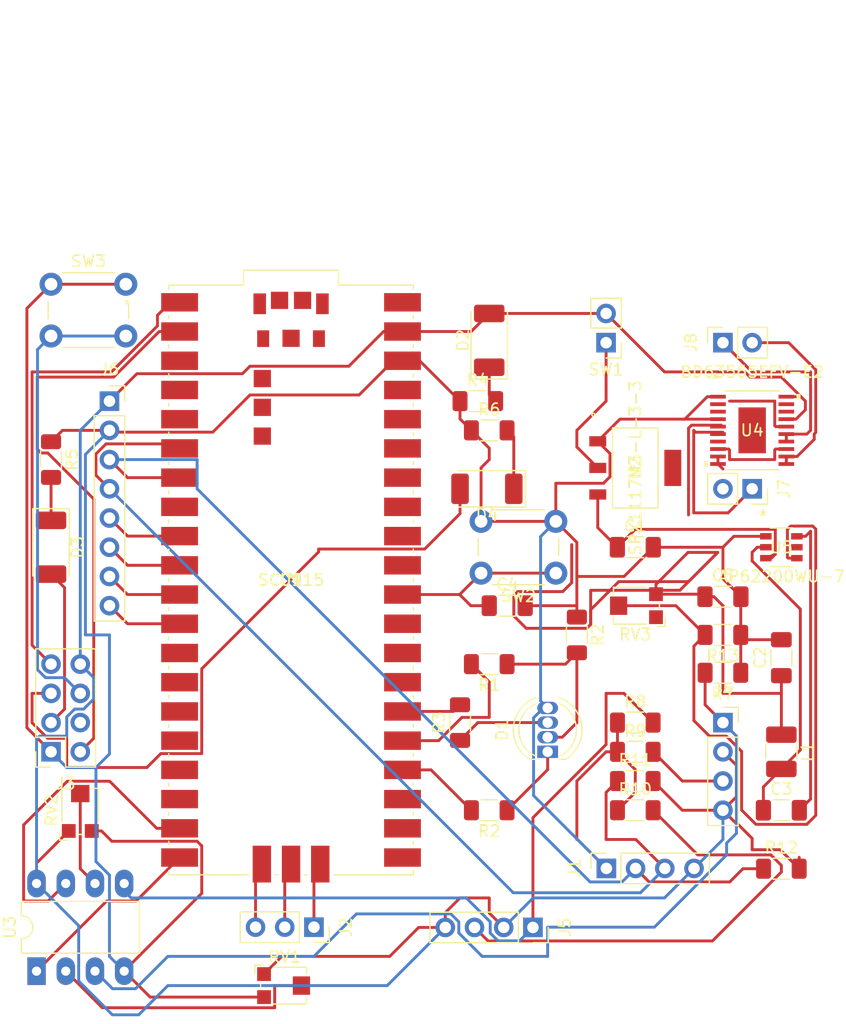
<source format=kicad_pcb>
(kicad_pcb (version 20211014) (generator pcbnew)
  (layers (0 "F.Cu" signal) (31 "B.Cu" signal) (34 "B.Paste" user) (35 "F.Paste" user) (36 "B.SilkS" user "B.Silkscreen") (37 "F.SilkS" user "F.Silkscreen") (38 "B.Mask" user) (39 "F.Mask" user) (44 "Edge.Cuts" user))
  (net 0 "")
  (net 1 "Net-(D1-Pad1)")
  (net 2 "Net-(D1-Pad2)")
  (net 3 "Net-(D2-Pad1)")
  (net 4 "ESP_3.3V")
  (net 5 "Net-(D3-Pad1)")
  (net 6 "ESP_GPIO2")
  (net 7 "Net-(D4-Pad1)")
  (net 8 "ESP_GPIO0")
  (net 9 "SCL")
  (net 10 "SDA")
  (net 11 "Net-(J2-Pad1)")
  (net 12 "Net-(J2-Pad2)")
  (net 13 "Net-(J2-Pad3)")
  (net 14 "ESP_GND")
  (net 15 "ESP_TX")
  (net 16 "ESP_EN")
  (net 17 "ESP_RST")
  (net 18 "ESP_RX")
  (net 19 "Net-(D1-Pad3)")
  (net 20 "Net-(SW1-Pad1)")
  (net 21 "+6V")
  (net 26 "Net-(C3-Pad1)")
  (net 27 "Net-(C3-Pad2)")
  (net 28 "Net-(C4-Pad1)")
  (net 29 "Net-(J4-Pad1)")
  (net 31 "MOTORL_SIG")
  (net 32 "MOTORR_SIG")
  (net 36 "Net-(J4-Pad3)")
  (net 37 "Net-(J5-Pad1)")
  (net 62 "+7.5V")
  (net 64 "Net-(J5-Pad3)")
  (net 65 "MAG_DRDY")
  (net 66 "MAG_INT")
  (net 67 "IMU_INT1")
  (net 68 "IMU_INT2")
  (net 69 "Net-(J7-Pad1)")
  (net 70 "Net-(J7-Pad2)")
  (net 71 "Net-(J8-Pad1)")
  (net 72 "Net-(J8-Pad2)")
  (net 73 "Net-(R1-Pad2)")
  (net 74 "Net-(R2-Pad2)")
  (net 75 "Net-(R3-Pad2)")
  (net 76 "Net-(R13-Pad2)")
  (net 77 "Net-(RV1-Pad2)")
  (net 78 "Net-(RV2-Pad2)")
  (net 80 "ENCL_SIG")
  (net 81 "ENCR_SIG")
  (footprint "Connector_PinHeader_2.54mm:PinHeader_1x02_P2.54mm_Vertical" (layer "F.Cu") (at 129.54 104.14 180)
    (fp_text reference "SW1")
    (fp_text value "SW_MCU_EN")
  )
  (footprint "Connector_PinSocket_2.54mm:PinSocket_1x03_P2.54mm_Vertical" (layer "F.Cu") (at 104.14 154.94 -90)
    (fp_text reference "J2")
    (fp_text value "Debug Header")
  )
  (footprint "Potentiometer_SMD:Potentiometer_Bourns_TC33X_Vertical" (layer "F.Cu") (at 101.6 160.02)
    (fp_text reference "RV1")
    (fp_text value "R_Potentiometer")
  )
  (footprint "Button_Switch_THT:SW_PUSH_6mm_H4.3mm" (layer "F.Cu") (at 81.28 99.06)
    (fp_text reference "SW3")
    (fp_text value "SW_ESP_RST")
  )
  (footprint "Resistor_SMD:R_1206_3216Metric_Pad1.30x1.75mm_HandSolder" (layer "F.Cu") (at 132.08 142.24)
    (fp_text reference "R11")
    (fp_text value "10k")
  )
  (footprint "Capacitor_SMD:C_1206_3216Metric_Pad1.33x1.80mm_HandSolder" (layer "F.Cu") (at 144.78 131.52 90)
    (fp_text reference "C2")
    (fp_text value "22uF")
  )
  (footprint "Regulators:SPX1117M3-L-3-3&slash_TR" (layer "F.Cu") (at 132.08 115.0239 -90)
    (fp_text reference "U2")
    (fp_text value "SPX1117M3-L-3-3")
  )
  (footprint "Resistor_SMD:R_1206_3216Metric_Pad1.30x1.75mm_HandSolder" (layer "F.Cu") (at 132.08 137.16)
    (fp_text reference "R8")
    (fp_text value "220")
  )
  (footprint "Drivers_3rdParty:BD63565EFV-E2" (layer "F.Cu") (at 142.24 111.76)
    (fp_text reference "U4")
    (fp_text value "BD63565EFV-E2")
  )
  (footprint "Package_DIP:DIP-8_W7.62mm_LongPads" (layer "F.Cu") (at 80.02 158.765 90)
    (fp_text reference "U3")
    (fp_text value "LM393")
  )
  (footprint "Connector_PinSocket_2.54mm:PinSocket_1x04_P2.54mm_Vertical" (layer "F.Cu") (at 129.565 149.835 90)
    (fp_text reference "J1")
    (fp_text value "I2C_EXPANSION")
  )
  (footprint "Resistor_SMD:R_1206_3216Metric_Pad1.30x1.75mm_HandSolder" (layer "F.Cu") (at 81.28 114.3 -90)
    (fp_text reference "R5")
    (fp_text value "330")
  )
  (footprint "Connector_PinSocket_2.54mm:PinSocket_1x02_P2.54mm_Vertical" (layer "F.Cu") (at 142.24 116.84 -90)
    (fp_text reference "J7")
    (fp_text value "Conn_01x02_Female")
  )
  (footprint "Capacitor_SMD:C_1206_3216Metric_Pad1.33x1.80mm_HandSolder" (layer "F.Cu") (at 132.08 121.92)
    (fp_text reference "C1")
    (fp_text value "10uF")
  )
  (footprint "Connector_PinSocket_2.54mm:PinSocket_1x02_P2.54mm_Vertical" (layer "F.Cu") (at 139.7 104.14 90)
    (fp_text reference "J8")
    (fp_text value "Conn_01x02_Female")
  )
  (footprint "Potentiometer_SMD:Potentiometer_Bourns_TC33X_Vertical" (layer "F.Cu") (at 132.08 127 180)
    (fp_text reference "RV3")
    (fp_text value "R_Potentiometer")
  )
  (footprint "Resistor_SMD:R_1206_3216Metric_Pad1.30x1.75mm_HandSolder" (layer "F.Cu") (at 116.84 137.16 90)
    (fp_text reference "R3")
    (fp_text value "330")
  )
  (footprint "Resistor_SMD:R_1206_3216Metric_Pad1.30x1.75mm_HandSolder" (layer "F.Cu") (at 139.7 132.83 180)
    (fp_text reference "R7")
    (fp_text value "220")
  )
  (footprint "Connector_PinSocket_2.54mm:PinSocket_1x04_P2.54mm_Vertical" (layer "F.Cu") (at 123.18 154.965 -90)
    (fp_text reference "J5")
    (fp_text value "RFLCTL_Header")
  )
  (footprint "SMPS_3rdParty:AP62200WU-7" (layer "F.Cu") (at 144.78 121.92)
    (fp_text reference "U5")
    (fp_text value "AP62200WU-7")
  )
  (footprint "Resistor_SMD:R_1206_3216Metric_Pad1.30x1.75mm_HandSolder" (layer "F.Cu") (at 119.38 144.78 180)
    (fp_text reference "R2")
    (fp_text value "330")
  )
  (footprint "Inductor_SMD:L_1210_3225Metric_Pad1.42x2.65mm_HandSolder" (layer "F.Cu") (at 144.78 139.7 -90)
    (fp_text reference "L1")
    (fp_text value "4.7uH")
  )
  (footprint "Connector_PinSocket_2.54mm:PinSocket_1x08_P2.54mm_Vertical" (layer "F.Cu") (at 86.36 109.22)
    (fp_text reference "J6")
    (fp_text value "IMU_Daughter_Header")
  )
  (footprint "Resistor_SMD:R_1206_3216Metric_Pad1.30x1.75mm_HandSolder" (layer "F.Cu") (at 119.38 132.08 180)
    (fp_text reference "R1")
    (fp_text value "330")
  )
  (footprint "LED_SMD:LED_2010_5025Metric_Pad1.52x2.65mm_HandSolder" (layer "F.Cu") (at 119.1775 116.84 180)
    (fp_text reference "D4")
    (fp_text value "ESP_LED0")
  )
  (footprint "Connector_PinSocket_2.54mm:PinSocket_1x04_P2.54mm_Vertical" (layer "F.Cu") (at 139.7 137.16)
    (fp_text reference "J4")
    (fp_text value "RFLCTR_Header")
  )
  (footprint "MCUs:SC0915" (layer "F.Cu") (at 102.1491 124.760459)
    (fp_text reference "U1")
    (fp_text value "SC0915")
  )
  (footprint "Potentiometer_SMD:Potentiometer_Bourns_TC33X_Vertical" (layer "F.Cu") (at 83.82 144.78 90)
    (fp_text reference "RV2")
    (fp_text value "R_Potentiometer")
  )
  (footprint "Resistor_SMD:R_1206_3216Metric_Pad1.30x1.75mm_HandSolder" (layer "F.Cu") (at 119.38 111.76)
    (fp_text reference "R6")
    (fp_text value "330")
  )
  (footprint "Resistor_SMD:R_1206_3216Metric_Pad1.30x1.75mm_HandSolder" (layer "F.Cu") (at 118.39 109.22)
    (fp_text reference "R4")
    (fp_text value "330")
  )
  (footprint "Connector_PinSocket_2.54mm:PinSocket_2x04_P2.54mm_Vertical" (layer "F.Cu") (at 81.28 139.7 180)
    (fp_text reference "J3")
    (fp_text value "ESP_Header")
  )
  (footprint "LED_THT:LED_D5.0mm-4_RGB" (layer "F.Cu") (at 124.46 139.7 90)
    (fp_text reference "D1")
    (fp_text value "PICO_LED")
  )
  (footprint "Resistor_SMD:R_1206_3216Metric_Pad1.30x1.75mm_HandSolder" (layer "F.Cu") (at 139.7 129.54 180)
    (fp_text reference "R13")
    (fp_text value "10k")
  )
  (footprint "Resistor_SMD:R_1206_3216Metric_Pad1.30x1.75mm_HandSolder" (layer "F.Cu") (at 144.78 149.86)
    (fp_text reference "R12")
    (fp_text value "10k")
  )
  (footprint "Capacitor_SMD:C_1206_3216Metric_Pad1.33x1.80mm_HandSolder" (layer "F.Cu") (at 144.78 144.78)
    (fp_text reference "C3")
    (fp_text value "100nF")
  )
  (footprint "Button_Switch_THT:SW_PUSH_6mm_H4.3mm" (layer "F.Cu") (at 125.17 124.17 180)
    (fp_text reference "SW2")
    (fp_text value "SW_PICO_RST")
  )
  (footprint "LED_SMD:LED_2010_5025Metric_Pad1.52x2.65mm_HandSolder" (layer "F.Cu") (at 119.38 103.9375 90)
    (fp_text reference "D2")
    (fp_text value "MCU_PWR_LED")
  )
  (footprint "Resistor_SMD:R_1206_3216Metric_Pad1.30x1.75mm_HandSolder" (layer "F.Cu") (at 132.08 144.78)
    (fp_text reference "R10")
    (fp_text value "220")
  )
  (footprint "LED_SMD:LED_2010_5025Metric_Pad1.52x2.65mm_HandSolder" (layer "F.Cu") (at 81.28 121.92 -90)
    (fp_text reference "D3")
    (fp_text value "ESP_LED1")
  )
  (footprint "Resistor_SMD:R_1206_3216Metric_Pad1.30x1.75mm_HandSolder" (layer "F.Cu") (at 132.08 139.7)
    (fp_text reference "R9")
    (fp_text value "220")
  )
  (footprint "Resistor_SMD:R_1206_3216Metric_Pad1.30x1.75mm_HandSolder" (layer "F.Cu") (at 127 129.54 -90)
    (fp_text reference "R2")
    (fp_text value "R_Small_US")
  )
  (footprint "Capacitor_SMD:C_1206_3216Metric_Pad1.33x1.80mm_HandSolder" (layer "F.Cu") (at 139.7 126.22)
    (fp_text reference "C5")
    (fp_text value "22 uF")
  )
  (footprint "Capacitor_SMD:C_1206_3216Metric_Pad1.33x1.80mm_HandSolder" (layer "F.Cu") (at 120.9425 127)
    (fp_text reference "C4")
    (fp_text value "1uF")
  )
  (segment (start 120.93 144.78) (end 124.46 141.25) (width 0.25) (layer "F.Cu") (net 1))
  (segment (start 124.46 141.25) (end 124.46 139.7) (width 0.25) (layer "F.Cu") (net 1))
  (segment (start 120.93 132.08) (end 126.01 132.08) (width 0.25) (layer "F.Cu") (net 2))
  (segment (start 127 131.09) (end 127 137.16) (width 0.25) (layer "F.Cu") (net 2))
  (segment (start 127 137.16) (end 125.73 138.43) (width 0.25) (layer "F.Cu") (net 2))
  (segment (start 125.73 138.43) (end 124.46 138.43) (width 0.25) (layer "F.Cu") (net 2))
  (segment (start 126.01 132.08) (end 127 131.09) (width 0.25) (layer "F.Cu") (net 2))
  (segment (start 119.38 108.66) (end 119.94 109.22) (width 0.25) (layer "F.Cu") (net 3))
  (segment (start 119.38 106.275) (end 119.38 108.66) (width 0.25) (layer "F.Cu") (net 3))
  (segment (start 119.38 106.275) (end 119.785 106.68) (width 0.25) (layer "F.Cu") (net 3))
  (segment (start 80.02 149.38) (end 82.82 146.58) (width 0.25) (layer "F.Cu") (net 4))
  (segment (start 146.485002 108.835002) (end 145.2118 108.835002) (width 0.25) (layer "F.Cu") (net 4))
  (segment (start 115.56 154.965) (end 113.244981 154.965) (width 0.25) (layer "F.Cu") (net 4))
  (segment (start 133.63 142.24) (end 136.17 144.78) (width 0.25) (layer "F.Cu") (net 4))
  (segment (start 119.38 153.705) (end 119.38 152.4) (width 0.25) (layer "F.Cu") (net 4))
  (segment (start 146.87 109.22) (end 146.485002 108.835002) (width 0.25) (layer "F.Cu") (net 4))
  (segment (start 144.68 148.21) (end 142.24 148.21) (width 0.25) (layer "F.Cu") (net 4))
  (segment (start 120.64 154.965) (end 119.38 153.705) (width 0.25) (layer "F.Cu") (net 4))
  (segment (start 136.17 144.78) (end 139.7 144.78) (width 0.25) (layer "F.Cu") (net 4))
  (segment (start 86.36 109.22) (end 88.744441 106.835559) (width 0.25) (layer "F.Cu") (net 4))
  (segment (start 146.33 149.86) (end 144.68 148.21) (width 0.25) (layer "F.Cu") (net 4))
  (segment (start 115.56 153.68) (end 115.56 154.965) (width 0.25) (layer "F.Cu") (net 4))
  (segment (start 146.33 148.87) (end 146.33 149.86) (width 0.25) (layer "F.Cu") (net 4))
  (segment (start 142.24 148.21) (end 142.24 147.23) (width 0.25) (layer "F.Cu") (net 4))
  (segment (start 119.38 101.6) (end 129.54 101.6) (width 0.25) (layer "F.Cu") (net 4))
  (segment (start 110.189541 103.170459) (end 111.8392 103.170459) (width 0.25) (layer "F.Cu") (net 4))
  (segment (start 140.925 146.005) (end 139.7 144.78) (width 0.25) (layer "F.Cu") (net 4))
  (segment (start 145.2118 110.785001) (end 146.0567 110.785001) (width 0.25) (layer "F.Cu") (net 4))
  (segment (start 116.84 152.4) (end 115.56 153.68) (width 0.25) (layer "F.Cu") (net 4))
  (segment (start 140.875 140.875) (end 139.7 139.7) (width 0.25) (layer "F.Cu") (net 4))
  (segment (start 98.57544 106.185559) (end 107.174441 106.185559) (width 0.25) (layer "F.Cu") (net 4))
  (segment (start 141.603604 106.68) (end 134.62 106.68) (width 0.25) (layer "F.Cu") (net 4))
  (segment (start 139.7 144.78) (end 140.875 143.605) (width 0.25) (layer "F.Cu") (net 4))
  (segment (start 140.875 143.605) (end 140.875 140.875) (width 0.25) (layer "F.Cu") (net 4))
  (segment (start 80.02 151.145) (end 80.02 149.38) (width 0.25) (layer "F.Cu") (net 4))
  (segment (start 117.809541 103.170459) (end 111.8392 103.170459) (width 0.25) (layer "F.Cu") (net 4))
  (segment (start 146.87 109.971701) (end 146.87 109.22) (width 0.25) (layer "F.Cu") (net 4))
  (segment (start 142.053604 107.13) (end 141.603604 106.68) (width 0.25) (layer "F.Cu") (net 4))
  (segment (start 107.174441 106.185559) (end 110.189541 103.170459) (width 0.25) (layer "F.Cu") (net 4))
  (segment (start 97.92544 106.835559) (end 98.57544 106.185559) (width 0.25) (layer "F.Cu") (net 4))
  (segment (start 119.38 152.4) (end 116.84 152.4) (width 0.25) (layer "F.Cu") (net 4))
  (segment (start 88.744441 106.835559) (end 97.92544 106.835559) (width 0.25) (layer "F.Cu") (net 4))
  (segment (start 101.34 157.48) (end 99.8 159.02) (width 0.25) (layer "F.Cu") (net 4))
  (segment (start 146.0567 110.785001) (end 146.87 109.971701) (width 0.25) (layer "F.Cu") (net 4))
  (segment (start 113.244981 154.965) (end 110.729981 157.48) (width 0.25) (layer "F.Cu") (net 4))
  (segment (start 110.729981 157.48) (end 101.34 157.48) (width 0.25) (layer "F.Cu") (net 4))
  (segment (start 119.38 101.6) (end 117.809541 103.170459) (width 0.25) (layer "F.Cu") (net 4))
  (segment (start 142.24 147.23) (end 141.015 146.005) (width 0.25) (layer "F.Cu") (net 4))
  (segment (start 134.62 106.68) (end 129.54 101.6) (width 0.25) (layer "F.Cu") (net 4))
  (segment (start 144.78 107.13) (end 142.053604 107.13) (width 0.25) (layer "F.Cu") (net 4))
  (segment (start 146.485002 108.835002) (end 144.78 107.13) (width 0.25) (layer "F.Cu") (net 4))
  (segment (start 141.015 146.005) (end 140.925 146.005) (width 0.25) (layer "F.Cu") (net 4))
  (segment (start 120.64 154.965) (end 123.205 152.4) (width 0.25) (layer "B.Cu") (net 4))
  (segment (start 88.9 162.56) (end 86.61401 162.56) (width 0.25) (layer "B.Cu") (net 4))
  (segment (start 84.995 135.106701) (end 84.995 133.255) (width 0.25) (layer "B.Cu") (net 4))
  (segment (start 80.02 138.61) (end 80.02 151.145) (width 0.25) (layer "B.Cu") (net 4))
  (segment (start 83.333299 135.985) (end 84.116701 135.985) (width 0.25) (layer "B.Cu") (net 4))
  (segment (start 123.205 152.4) (end 134.62 152.4) (width 0.25) (layer "B.Cu") (net 4))
  (segment (start 80.295 138.335) (end 80.02 138.61) (width 0.25) (layer "B.Cu") (net 4))
  (segment (start 84.116701 135.985) (end 84.995 135.106701) (width 0.25) (layer "B.Cu") (net 4))
  (segment (start 91.44 160.02) (end 88.9 162.56) (width 0.25) (layer "B.Cu") (net 4))
  (segment (start 115.56 154.965) (end 110.505 160.02) (width 0.25) (layer "B.Cu") (net 4))
  (segment (start 83.82 132.08) (end 83.82 111.76) (width 0.25) (layer "B.Cu") (net 4))
  (segment (start 137.185 149.835) (end 139.7 147.32) (width 0.25) (layer "B.Cu") (net 4))
  (segment (start 110.505 160.02) (end 91.44 160.02) (width 0.25) (layer "B.Cu") (net 4))
  (segment (start 84.995 133.255) (end 83.82 132.08) (width 0.25) (layer "B.Cu") (net 4))
  (segment (start 83.685 159.63099) (end 83.685 154.81) (width 0.25) (layer "B.Cu") (net 4))
  (segment (start 82.645 138.335) (end 80.295 138.335) (width 0.25) (layer "B.Cu") (net 4))
  (segment (start 82.645 138.335) (end 82.645 136.673299) (width 0.25) (layer "B.Cu") (net 4))
  (segment (start 139.7 147.32) (end 139.7 144.78) (width 0.25) (layer "B.Cu") (net 4))
  (segment (start 86.61401 162.56) (end 83.685 159.63099) (width 0.25) (layer "B.Cu") (net 4))
  (segment (start 82.645 136.673299) (end 83.333299 135.985) (width 0.25) (layer "B.Cu") (net 4))
  (segment (start 83.82 111.76) (end 86.36 109.22) (width 0.25) (layer "B.Cu") (net 4))
  (segment (start 83.685 154.81) (end 80.02 151.145) (width 0.25) (layer "B.Cu") (net 4))
  (segment (start 134.62 152.4) (end 137.185 149.835) (width 0.25) (layer "B.Cu") (net 4))
  (segment (start 81.28 115.85) (end 81.28 119.5825) (width 0.25) (layer "F.Cu") (net 5))
  (segment (start 81.28 124.2575) (end 82.455 125.4325) (width 0.25) (layer "F.Cu") (net 6))
  (segment (start 82.455 125.4325) (end 82.455 135.985) (width 0.25) (layer "F.Cu") (net 6))
  (segment (start 82.455 135.985) (end 81.28 137.16) (width 0.25) (layer "F.Cu") (net 6))
  (segment (start 121.1325 111.5575) (end 120.93 111.76) (width 0.25) (layer "F.Cu") (net 7))
  (segment (start 120.93 111.76) (end 121.515 112.345) (width 0.25) (layer "F.Cu") (net 7))
  (segment (start 121.515 112.345) (end 121.515 116.84) (width 0.25) (layer "F.Cu") (net 7))
  (segment (start 116.84 118.999959) (end 116.84 116.84) (width 0.25) (layer "F.Cu") (net 8))
  (segment (start 94.3842 132.4842) (end 104.5442 122.3242) (width 0.25) (layer "F.Cu") (net 8))
  (segment (start 79.63 137.171701) (end 80.983299 138.525) (width 0.25) (layer "F.Cu") (net 8))
  (segment (start 81.28 134.62) (end 79.63 134.62) (width 0.25) (layer "F.Cu") (net 8))
  (segment (start 82.645 138.525) (end 82.645 141.065) (width 0.25) (layer "F.Cu") (net 8))
  (segment (start 104.5442 122.3242) (end 104.5442 122.075559) (width 0.25) (layer "F.Cu") (net 8))
  (segment (start 90.8236 139.855559) (end 94.3842 139.855559) (width 0.25) (layer "F.Cu") (net 8))
  (segment (start 104.5442 122.075559) (end 113.7644 122.075559) (width 0.25) (layer "F.Cu") (net 8))
  (segment (start 94.3842 139.855559) (end 94.3842 132.4842) (width 0.25) (layer "F.Cu") (net 8))
  (segment (start 113.7644 122.075559) (end 116.84 118.999959) (width 0.25) (layer "F.Cu") (net 8))
  (segment (start 79.63 134.62) (end 79.63 137.171701) (width 0.25) (layer "F.Cu") (net 8))
  (segment (start 82.645 141.065) (end 89.614159 141.065) (width 0.25) (layer "F.Cu") (net 8))
  (segment (start 89.614159 141.065) (end 90.8236 139.855559) (width 0.25) (layer "F.Cu") (net 8))
  (segment (start 80.983299 138.525) (end 82.645 138.525) (width 0.25) (layer "F.Cu") (net 8))
  (segment (start 141.44 149.86) (end 143.23 149.86) (width 0.25) (layer "F.Cu") (net 9))
  (segment (start 87.930459 115.870459) (end 92.459 115.870459) (width 0.25) (layer "F.Cu") (net 9))
  (segment (start 86.36 114.3) (end 87.930459 115.870459) (width 0.25) (layer "F.Cu") (net 9))
  (segment (start 140.29 151.01) (end 141.44 149.86) (width 0.25) (layer "F.Cu") (net 9))
  (segment (start 133.28 151.01) (end 140.29 151.01) (width 0.25) (layer "F.Cu") (net 9))
  (segment (start 132.105 149.835) (end 133.28 151.01) (width 0.25) (layer "F.Cu") (net 9))
  (segment (start 132.105 149.835) (end 130.93 151.01) (width 0.25) (layer "B.Cu") (net 9))
  (segment (start 128.15 151.01) (end 127 149.86) (width 0.25) (layer "B.Cu") (net 9))
  (segment (start 93.98 116.84) (end 93.98 114.3) (width 0.25) (layer "B.Cu") (net 9))
  (segment (start 86.36 114.3) (end 93.98 114.3) (width 0.25) (layer "B.Cu") (net 9))
  (segment (start 130.93 151.01) (end 128.15 151.01) (width 0.25) (layer "B.Cu") (net 9))
  (segment (start 127 149.86) (end 93.98 116.84) (width 0.25) (layer "B.Cu") (net 9))
  (segment (start 134.645 149.835) (end 132.13 147.32) (width 0.25) (layer "F.Cu") (net 10))
  (segment (start 132.13 147.32) (end 129.54 147.32) (width 0.25) (layer "F.Cu") (net 10))
  (segment (start 129.54 143.23) (end 130.53 142.24) (width 0.25) (layer "F.Cu") (net 10))
  (segment (start 85.185 115.665) (end 85.185 113.813299) (width 0.25) (layer "F.Cu") (net 10))
  (segment (start 86.063299 112.935) (end 92.063541 112.935) (width 0.25) (layer "F.Cu") (net 10))
  (segment (start 85.185 113.813299) (end 86.063299 112.935) (width 0.25) (layer "F.Cu") (net 10))
  (segment (start 129.54 147.32) (end 129.54 143.23) (width 0.25) (layer "F.Cu") (net 10))
  (segment (start 86.36 116.84) (end 85.185 115.665) (width 0.25) (layer "F.Cu") (net 10))
  (segment (start 92.063541 112.935) (end 92.459 113.330459) (width 0.25) (layer "F.Cu") (net 10))
  (segment (start 132.53 151.95) (end 121.47 151.95) (width 0.25) (layer "B.Cu") (net 10))
  (segment (start 134.645 149.835) (end 132.53 151.95) (width 0.25) (layer "B.Cu") (net 10))
  (segment (start 121.47 151.95) (end 86.36 116.84) (width 0.25) (layer "B.Cu") (net 10))
  (segment (start 104.14 150.008519) (end 104.6891 149.459419) (width 0.25) (layer "F.Cu") (net 11))
  (segment (start 104.14 154.94) (end 104.14 150.008519) (width 0.25) (layer "F.Cu") (net 11))
  (segment (start 101.6 150.008519) (end 102.1491 149.459419) (width 0.25) (layer "F.Cu") (net 12))
  (segment (start 101.6 154.94) (end 101.6 150.008519) (width 0.25) (layer "F.Cu") (net 12))
  (segment (start 99.06 150.008519) (end 99.6091 149.459419) (width 0.25) (layer "F.Cu") (net 13))
  (segment (start 99.06 154.94) (end 99.06 150.008519) (width 0.25) (layer "F.Cu") (net 13))
  (segment (start 129.3125 116.3586) (end 125.17 116.3586) (width 0.25) (layer "F.Cu") (net 14))
  (segment (start 133.6425 121.92) (end 139.7 121.92) (width 0.25) (layer "F.Cu") (net 14))
  (segment (start 129.54 139.7) (end 130.53 139.7) (width 0.25) (layer "F.Cu") (net 14))
  (segment (start 141.2625 126.22) (end 141.25 126.2325) (width 0.25) (layer "F.Cu") (net 14))
  (segment (start 129.565 149.835) (end 127.05 147.32) (width 0.25) (layer "F.Cu") (net 14))
  (segment (start 128.8161 112.7125) (end 130.743599 110.785001) (width 0.25) (layer "F.Cu") (net 14))
  (segment (start 82.27 111.76) (end 86.36 111.76) (width 0.25) (layer "F.Cu") (net 14))
  (segment (start 129.8777 115.7934) (end 129.3125 116.3586) (width 0.25) (layer "F.Cu") (net 14))
  (segment (start 141.6675 129.9575) (end 141.25 129.54) (width 0.25) (layer "F.Cu") (net 14))
  (segment (start 116.84 109.22) (end 116.84 110.77) (width 0.25) (layer "F.Cu") (net 14))
  (segment (start 116.84 110.77) (end 117.83 111.76) (width 0.25) (layer "F.Cu") (net 14))
  (segment (start 133.6425 121.92) (end 131.1025 124.46) (width 0.25) (layer "F.Cu") (net 14))
  (segment (start 81.28 112.75) (end 82.27 111.76) (width 0.25) (layer "F.Cu") (net 14))
  (segment (start 116.84 109.22) (end 113.330459 105.710459) (width 0.25) (layer "F.Cu") (net 14))
  (segment (start 139.7 124.6575) (end 141.2625 126.22) (width 0.25) (layer "F.Cu") (net 14))
  (segment (start 127 147.32) (end 127 142.24) (width 0.25) (layer "F.Cu") (net 14))
  (segment (start 125.17 119.67) (end 118.67 119.67) (width 0.25) (layer "F.Cu") (net 14))
  (segment (start 127 142.24) (end 129.54 139.7) (width 0.25) (layer "F.Cu") (net 14))
  (segment (start 79.18 101.16) (end 81.28 99.06) (width 0.25) (layer "F.Cu") (net 14))
  (segment (start 127 127) (end 127 127.99) (width 0.25) (layer "F.Cu") (net 14))
  (segment (start 130.53 137.16) (end 130.53 139.7) (width 0.25) (layer "F.Cu") (net 14))
  (segment (start 141.25 129.54) (end 141.25 132.83) (width 0.25) (layer "F.Cu") (net 14))
  (segment (start 118.67 115.01) (end 118.67 119.67) (width 0.25) (layer "F.Cu") (net 14))
  (segment (start 144.206601 113.460001) (end 144.206601 114.3) (width 0.25) (layer "F.Cu") (net 14))
  (segment (start 125.17 119.67) (end 127 121.5) (width 0.25) (layer "F.Cu") (net 14))
  (segment (start 138.338001 108.835) (end 136.388 110.785001) (width 0.25) (layer "F.Cu") (net 14))
  (segment (start 117.83 111.76) (end 119.38 113.31) (width 0.25) (layer "F.Cu") (net 14))
  (segment (start 93.98 147.475559) (end 94.3842 147.879759) (width 0.25) (layer "F.Cu") (net 14))
  (segment (start 99.8 161.02) (end 89.895 161.02) (width 0.25) (layer "F.Cu") (net 14))
  (segment (start 136.185001 110.785001) (end 139.2682 110.785001) (width 0.25) (layer "F.Cu") (net 14))
  (segment (start 89.895 161.02) (end 87.64 158.765) (width 0.25) (layer "F.Cu") (net 14))
  (segment (start 81.28 139.7) (end 79.18 137.6) (width 0.25) (layer "F.Cu") (net 14))
  (segment (start 132.08 143.23) (end 130.53 144.78) (width 0.25) (layer "F.Cu") (net 14))
  (segment (start 129.8777 113.7741) (end 128.8161 112.7125) (width 0.25) (layer "F.Cu") (net 14))
  (segment (start 98.57544 108.684919) (end 108.06464 108.684919) (width 0.25) (layer "F.Cu") (net 14))
  (segment (start 94.3842 147.879759) (end 94.3842 151.9958) (width 0.25) (layer "F.Cu") (net 14))
  (segment (start 130.743599 110.785001) (end 136.185001 110.785001) (width 0.25) (layer "F.Cu") (net 14))
  (segment (start 95.3448 111.915559) (end 98.57544 108.684919) (width 0.25) (layer "F.Cu") (net 14))
  (segment (start 144.78 129.9575) (end 141.6675 129.9575) (width 0.25) (layer "F.Cu") (net 14))
  (segment (start 86.515559 111.915559) (end 95.3448 111.915559) (width 0.25) (layer "F.Cu") (net 14))
  (segment (start 139.7 121.92) (end 139.7 124.6575) (width 0.25) (layer "F.Cu") (net 14))
  (segment (start 113.330459 105.710459) (end 111.8392 105.710459) (width 0.25) (layer "F.Cu") (net 14))
  (segment (start 130.53 139.7) (end 132.08 141.25) (width 0.25) (layer "F.Cu") (net 14))
  (segment (start 79.18 137.6) (end 79.18 101.16) (width 0.25) (layer "F.Cu") (net 14))
  (segment (start 119.38 114.3) (end 118.67 115.01) (width 0.25) (layer "F.Cu") (net 14))
  (segment (start 86.565559 147.475559) (end 93.98 147.475559) (width 0.25) (layer "F.Cu") (net 14))
  (segment (start 87.64 158.74) (end 87.64 158.765) (width 0.25) (layer "F.Cu") (net 14))
  (segment (start 132.08 141.25) (end 132.08 143.23) (width 0.25) (layer "F.Cu") (net 14))
  (segment (start 140.198399 113.384998) (end 140.273399 113.459998) (width 0.25) (layer "F.Cu") (net 14))
  (segment (start 81.28 99.06) (end 87.78 99.06) (width 0.25) (layer "F.Cu") (net 14))
  (segment (start 125.17 119.67) (end 125.17 116.3586) (width 0.25) (layer "F.Cu") (net 14))
  (segment (start 84.82 146.58) (end 85.67 146.58) (width 0.25) (layer "F.Cu") (net 14))
  (segment (start 140.273399 114.3) (end 144.206601 114.3) (width 0.25) (layer "F.Cu") (net 14))
  (segment (start 131.1025 124.46) (end 127 124.46) (width 0.25) (layer "F.Cu") (net 14))
  (segment (start 86.36 111.76) (end 86.515559 111.915559) (width 0.25) (layer "F.Cu") (net 14))
  (segment (start 139.7 121.92) (end 140.650001 120.969999) (width 0.25) (layer "F.Cu") (net 14))
  (segment (start 108.06464 108.684919) (end 111.0391 105.710459) (width 0.25) (layer "F.Cu") (net 14))
  (segment (start 140.273399 113.459998) (end 140.273399 114.3) (width 0.25) (layer "F.Cu") (net 14))
  (segment (start 119.38 113.31) (end 119.38 114.3) (width 0.25) (layer "F.Cu") (net 14))
  (segment (start 129.8777 115.7934) (end 129.8777 113.7741) (width 0.25) (layer "F.Cu") (net 14))
  (segment (start 127 121.5) (end 127 127) (width 0.25) (layer "F.Cu") (net 14))
  (segment (start 94.3842 151.9958) (end 87.64 158.74) (width 0.25) (layer "F.Cu") (net 14))
  (segment (start 139.2682 113.384998) (end 140.198399 113.384998) (width 0.25) (layer "F.Cu") (net 14))
  (segment (start 122.505 127) (end 127 127) (width 0.25) (layer "F.Cu") (net 14))
  (segment (start 141.25 126.2325) (end 141.25 129.54) (width 0.25) (layer "F.Cu") (net 14))
  (segment (start 136.388 110.785001) (end 136.185001 110.785001) (width 0.25) (layer "F.Cu") (net 14))
  (segment (start 139.2682 108.835) (end 138.338001 108.835) (width 0.25) (layer "F.Cu") (net 14))
  (segment (start 111.0391 105.710459) (end 111.8392 105.710459) (width 0.25) (layer "F.Cu") (net 14))
  (segment (start 144.281601 113.385001) (end 144.206601 113.460001) (width 0.25) (layer "F.Cu") (net 14))
  (segment (start 85.67 146.58) (end 86.565559 147.475559) (width 0.25) (layer "F.Cu") (net 14))
  (segment (start 140.650001 120.969999) (end 143.430249 120.969999) (width 0.25) (layer "F.Cu") (net 14))
  (segment (start 145.2118 113.385001) (end 144.281601 113.385001) (width 0.25) (layer "F.Cu") (net 14))
  (segment (start 127.05 147.32) (end 127 147.32) (width 0.25) (layer "F.Cu") (net 14))
  (segment (start 123.845 120.995) (end 125.17 119.67) (width 0.25) (layer "B.Cu") (net 14))
  (segment (start 124.46 135.89) (end 124.095 135.89) (width 0.25) (layer "B.Cu") (net 14))
  (segment (start 86.36 157.485) (end 87.64 158.765) (width 0.25) (layer "B.Cu") (net 14))
  (segment (start 124.46 135.89) (end 123.845 135.275) (width 0.25) (layer "B.Cu") (net 14))
  (segment (start 86.36 111.76) (end 84.27 113.85) (width 0.25) (layer "B.Cu") (net 14))
  (segment (start 86.36 129.54) (end 86.36 139.89) (width 0.25) (layer "B.Cu") (net 14))
  (segment (start 82.645 141.065) (end 85.185 141.065) (width 0.25) (layer "B.Cu") (net 14))
  (segment (start 85.185 141.065) (end 85.185 149.23901) (width 0.25) (layer "B.Cu") (net 14))
  (segment (start 86.36 150.41401) (end 86.36 157.485) (width 0.25) (layer "B.Cu") (net 14))
  (segment (start 123.845 135.275) (end 123.845 120.995) (width 0.25) (layer "B.Cu") (net 14))
  (segment (start 123.235 143.505) (end 129.565 149.835) (width 0.25) (layer "B.Cu") (net 14))
  (segment (start 124.095 135.89) (end 123.235 136.75) (width 0.25) (layer "B.Cu") (net 14))
  (segment (start 123.235 136.75) (end 123.235 143.505) (width 0.25) (layer "B.Cu") (net 14))
  (segment (start 86.36 139.89) (end 85.185 141.065) (width 0.25) (layer "B.Cu") (net 14))
  (segment (start 84.27 113.85) (end 84.27 129.54) (width 0.25) (layer "B.Cu") (net 14))
  (segment (start 84.27 129.54) (end 86.36 129.54) (width 0.25) (layer "B.Cu") (net 14))
  (segment (start 81.28 139.7) (end 82.645 141.065) (width 0.25) (layer "B.Cu") (net 14))
  (segment (start 85.185 149.23901) (end 86.36 150.41401) (width 0.25) (layer "B.Cu") (net 14))
  (segment (start 83.82 139.7) (end 84.995 138.525) (width 0.25) (layer "F.Cu") (net 15))
  (segment (start 84.995 117.726827) (end 80.993173 113.725) (width 0.25) (layer "F.Cu") (net 15))
  (segment (start 80.416827 113.725) (end 80.08 113.388173) (width 0.25) (layer "F.Cu") (net 15))
  (segment (start 90.67977 103.170459) (end 92.459 103.170459) (width 0.25) (layer "F.Cu") (net 15))
  (segment (start 86.720229 107.13) (end 90.67977 103.170459) (width 0.25) (layer "F.Cu") (net 15))
  (segment (start 80.08 113.388173) (end 80.08 107.13) (width 0.25) (layer "F.Cu") (net 15))
  (segment (start 80.08 107.13) (end 86.720229 107.13) (width 0.25) (layer "F.Cu") (net 15))
  (segment (start 84.995 138.525) (end 84.995 117.726827) (width 0.25) (layer "F.Cu") (net 15))
  (segment (start 80.993173 113.725) (end 80.416827 113.725) (width 0.25) (layer "F.Cu") (net 15))
  (segment (start 80.793299 133.255) (end 82.455 133.255) (width 0.25) (layer "B.Cu") (net 17))
  (segment (start 80.105 104.735) (end 80.105 132.566701) (width 0.25) (layer "B.Cu") (net 17))
  (segment (start 81.28 103.56) (end 80.105 104.735) (width 0.25) (layer "B.Cu") (net 17))
  (segment (start 82.455 133.255) (end 83.82 134.62) (width 0.25) (layer "B.Cu") (net 17))
  (segment (start 81.28 103.56) (end 87.78 103.56) (width 0.25) (layer "B.Cu") (net 17))
  (segment (start 80.105 132.566701) (end 80.793299 133.255) (width 0.25) (layer "B.Cu") (net 17))
  (segment (start 91.6589 100.630459) (end 90.5338 101.755559) (width 0.25) (layer "F.Cu") (net 18))
  (segment (start 86.533833 106.68) (end 79.63 106.68) (width 0.25) (layer "F.Cu") (net 18))
  (segment (start 79.63 106.68) (end 79.63 130.43) (width 0.25) (layer "F.Cu") (net 18))
  (segment (start 90.5338 101.755559) (end 90.5338 102.680033) (width 0.25) (layer "F.Cu") (net 18))
  (segment (start 92.459 100.630459) (end 91.6589 100.630459) (width 0.25) (layer "F.Cu") (net 18))
  (segment (start 79.63 130.43) (end 81.28 132.08) (width 0.25) (layer "F.Cu") (net 18))
  (segment (start 90.5338 102.680033) (end 86.533833 106.68) (width 0.25) (layer "F.Cu") (net 18))
  (segment (start 118.39 137.16) (end 124.46 137.16) (width 0.25) (layer "F.Cu") (net 19))
  (segment (start 116.84 138.71) (end 118.39 137.16) (width 0.25) (layer "F.Cu") (net 19))
  (segment (start 129.54 104.14) (end 129.54 109.22) (width 0.25) (layer "F.Cu") (net 20))
  (segment (start 129.54 109.22) (end 127 111.76) (width 0.25) (layer "F.Cu") (net 20))
  (segment (start 127 113.2078) (end 128.8161 115.0239) (width 0.25) (layer "F.Cu") (net 20))
  (segment (start 127 111.76) (end 127 113.2078) (width 0.25) (layer "F.Cu") (net 20))
  (segment (start 129.54 104.14) (end 129.8777 104.4777) (width 0.25) (layer "F.Cu") (net 20))
  (segment (start 144.206601 109.22) (end 144.206601 111.360002) (width 0.25) (layer "F.Cu") (net 21))
  (segment (start 121.5175 127.888173) (end 121.5175 126.111827) (width 0.25) (layer "F.Cu") (net 21))
  (segment (start 139.25 122.37) (end 136.71 124.91) (width 0.25) (layer "F.Cu") (net 21))
  (segment (start 136.973604 111.31) (end 139.535301 111.31) (width 0.25) (layer "F.Cu") (net 21))
  (segment (start 139.535301 111.31) (end 139.7 111.474699) (width 0.25) (layer "F.Cu") (net 21))
  (segment (start 136.71 124.91) (end 130.641827 124.91) (width 0.25) (layer "F.Cu") (net 21))
  (segment (start 144.78 134.62) (end 144.78 133.0825) (width 0.25) (layer "F.Cu") (net 21))
  (segment (start 130.641827 124.91) (end 128.2 127.351827) (width 0.25) (layer "F.Cu") (net 21))
  (segment (start 128.2 128.628173) (end 128.2 125.66) (width 0.25) (layer "F.Cu") (net 21))
  (segment (start 125.775 125.775) (end 126.55 125) (width 0.25) (layer "F.Cu") (net 21))
  (segment (start 135.96 125.66) (end 139.25 122.37) (width 0.25) (layer "F.Cu") (net 21))
  (segment (start 137.9175 126) (end 138.1375 126.22) (width 0.25) (layer "F.Cu") (net 21))
  (segment (start 139.7 134.62) (end 144.78 134.62) (width 0.25) (layer "F.Cu") (net 21))
  (segment (start 136.71 111.573604) (end 136.973604 111.31) (width 0.25) (layer "F.Cu") (net 21))
  (segment (start 128.2 127.351827) (end 128.2 128.628173) (width 0.25) (layer "F.Cu") (net 21))
  (segment (start 128.2 125.66) (end 135.96 125.66) (width 0.25) (layer "F.Cu") (net 21))
  (segment (start 122.594327 128.965) (end 121.5175 127.888173) (width 0.25) (layer "F.Cu") (net 21))
  (segment (start 126.55 125) (end 126.55 121.686396) (width 0.25) (layer "F.Cu") (net 21))
  (segment (start 144.78 138.2125) (end 144.78 134.62) (width 0.25) (layer "F.Cu") (net 21))
  (segment (start 138.92 126.22) (end 139.7 127) (width 0.25) (layer "F.Cu") (net 21))
  (segment (start 139.7 127) (end 139.7 134.62) (width 0.25) (layer "F.Cu") (net 21))
  (segment (start 133.88 126) (end 137.9175 126) (width 0.25) (layer "F.Cu") (net 21))
  (segment (start 136.66 122.37) (end 139.25 122.37) (width 0.25) (layer "F.Cu") (net 21))
  (segment (start 121.5175 126.111827) (end 121.854327 125.775) (width 0.25) (layer "F.Cu") (net 21))
  (segment (start 128.2 128.628173) (end 127.863173 128.965) (width 0.25) (layer "F.Cu") (net 21))
  (segment (start 133.88 125.15) (end 136.66 122.37) (width 0.25) (layer "F.Cu") (net 21))
  (segment (start 140.273399 109.22) (end 144.206601 109.22) (width 0.25) (layer "F.Cu") (net 21))
  (segment (start 136.71 116.84) (end 136.71 119.116396) (width 0.25) (layer "F.Cu") (net 21))
  (segment (start 133.88 126) (end 133.88 125.15) (width 0.25) (layer "F.Cu") (net 21))
  (segment (start 144.206601 111.360002) (end 144.281601 111.435002) (width 0.25) (layer "F.Cu") (net 21))
  (segment (start 127.863173 128.965) (end 122.594327 128.965) (width 0.25) (layer "F.Cu") (net 21))
  (segment (start 138.1375 126.22) (end 138.92 126.22) (width 0.25) (layer "F.Cu") (net 21))
  (segment (start 136.71 116.84) (end 136.71 111.573604) (width 0.25) (layer "F.Cu") (net 21))
  (segment (start 144.281601 111.435002) (end 145.2118 111.435002) (width 0.25) (layer "F.Cu") (net 21))
  (segment (start 121.854327 125.775) (end 125.775 125.775) (width 0.25) (layer "F.Cu") (net 21))
  (segment (start 142.6814 121.92) (end 143.430249 121.92) (width 0.25) (layer "F.Cu") (net 26))
  (segment (start 144.78 141.1875) (end 146.43 139.5375) (width 0.25) (layer "F.Cu") (net 26))
  (segment (start 142.24 123.107601) (end 142.24 122.3614) (width 0.25) (layer "F.Cu") (net 26))
  (segment (start 144.78 141.1875) (end 143.2175 142.75) (width 0.25) (layer "F.Cu") (net 26))
  (segment (start 146.43 139.5375) (end 146.43 127.297601) (width 0.25) (layer "F.Cu") (net 26))
  (segment (start 146.43 127.297601) (end 142.24 123.107601) (width 0.25) (layer "F.Cu") (net 26))
  (segment (start 143.2175 142.75) (end 143.2175 144.78) (width 0.25) (layer "F.Cu") (net 26))
  (segment (start 142.24 122.3614) (end 142.6814 121.92) (width 0.25) (layer "F.Cu") (net 26))
  (segment (start 147.32 120.528599) (end 147.32 143.8025) (width 0.25) (layer "F.Cu") (net 27))
  (segment (start 146.129751 120.969999) (end 146.8786 120.969999) (width 0.25) (layer "F.Cu") (net 27))
  (segment (start 146.8786 120.969999) (end 147.32 120.528599) (width 0.25) (layer "F.Cu") (net 27))
  (segment (start 147.32 143.8025) (end 146.3425 144.78) (width 0.25) (layer "F.Cu") (net 27))
  (segment (start 125.17 124.17) (end 118.67 124.17) (width 0.25) (layer "F.Cu") (net 28))
  (segment (start 118.67 124.17) (end 116.809541 126.030459) (width 0.25) (layer "F.Cu") (net 28))
  (segment (start 119.38 127) (end 117.779082 127) (width 0.25) (layer "F.Cu") (net 28))
  (segment (start 116.809541 126.030459) (end 111.8392 126.030459) (width 0.25) (layer "F.Cu") (net 28))
  (segment (start 117.779082 127) (end 116.809541 126.030459) (width 0.25) (layer "F.Cu") (net 28))
  (segment (start 138.15 135.61) (end 138.15 132.83) (width 0.25) (layer "F.Cu") (net 29))
  (segment (start 138.15 132.83) (end 137.95 133.03) (width 0.25) (layer "F.Cu") (net 29))
  (segment (start 139.7 137.16) (end 138.15 135.61) (width 0.25) (layer "F.Cu") (net 29))
  (segment (start 116.046701 153.79) (end 107.83 153.79) (width 0.25) (layer "B.Cu") (net 29))
  (segment (start 140.875 146.781396) (end 140.018198 147.638198) (width 0.25) (layer "B.Cu") (net 29))
  (segment (start 116.735 155.451701) (end 116.735 154.478299) (width 0.25) (layer "B.Cu") (net 29))
  (segment (start 116.735 154.478299) (end 116.046701 153.79) (width 0.25) (layer "B.Cu") (net 29))
  (segment (start 139.7 137.16) (end 140.875 138.335) (width 0.25) (layer "B.Cu") (net 29))
  (segment (start 140.018198 148.663503) (end 133.741701 154.94) (width 0.25) (layer "B.Cu") (net 29))
  (segment (start 88.63 160.29) (end 86.625 160.29) (width 0.25) (layer "B.Cu") (net 29))
  (segment (start 133.741701 154.94) (end 124.46 154.94) (width 0.25) (layer "B.Cu") (net 29))
  (segment (start 86.625 160.29) (end 85.1 158.765) (width 0.25) (layer "B.Cu") (net 29))
  (segment (start 124.46 157.48) (end 118.763299 157.48) (width 0.25) (layer "B.Cu") (net 29))
  (segment (start 140.875 138.335) (end 140.875 146.781396) (width 0.25) (layer "B.Cu") (net 29))
  (segment (start 124.46 154.94) (end 124.46 157.48) (width 0.25) (layer "B.Cu") (net 29))
  (segment (start 107.83 153.79) (end 104.14 157.48) (width 0.25) (layer "B.Cu") (net 29))
  (segment (start 91.44 157.48) (end 88.63 160.29) (width 0.25) (layer "B.Cu") (net 29))
  (segment (start 140.018198 147.638198) (end 140.018198 148.663503) (width 0.25) (layer "B.Cu") (net 29))
  (segment (start 118.763299 157.48) (end 116.735 155.451701) (width 0.25) (layer "B.Cu") (net 29))
  (segment (start 104.14 157.48) (end 91.44 157.48) (width 0.25) (layer "B.Cu") (net 29))
  (segment (start 133.63 139.7) (end 136.17 142.24) (width 0.25) (layer "F.Cu") (net 36))
  (segment (start 136.17 142.24) (end 139.7 142.24) (width 0.25) (layer "F.Cu") (net 36))
  (segment (start 129.54 139.063604) (end 129.54 134.62) (width 0.25) (layer "F.Cu") (net 37))
  (segment (start 123.18 154.965) (end 123.18 145.423604) (width 0.25) (layer "F.Cu") (net 37))
  (segment (start 123.18 145.423604) (end 129.54 139.063604) (width 0.25) (layer "F.Cu") (net 37))
  (segment (start 129.54 134.62) (end 131.09 134.62) (width 0.25) (layer "F.Cu") (net 37))
  (segment (start 131.09 134.62) (end 133.63 137.16) (width 0.25) (layer "F.Cu") (net 37))
  (segment (start 117.386701 152.4) (end 119.465 154.478299) (width 0.25) (layer "B.Cu") (net 37))
  (segment (start 88.245 152.4) (end 117.386701 152.4) (width 0.25) (layer "B.Cu") (net 37))
  (segment (start 119.465 155.451701) (end 120.153299 156.14) (width 0.25) (layer "B.Cu") (net 37))
  (segment (start 122.005 156.14) (end 123.18 154.965) (width 0.25) (layer "B.Cu") (net 37))
  (segment (start 119.465 154.478299) (end 119.465 155.451701) (width 0.25) (layer "B.Cu") (net 37))
  (segment (start 120.153299 156.14) (end 122.005 156.14) (width 0.25) (layer "B.Cu") (net 37))
  (segment (start 87.64 151.795) (end 88.245 152.4) (width 0.25) (layer "B.Cu") (net 37))
  (segment (start 87.64 151.145) (end 87.64 151.795) (width 0.25) (layer "B.Cu") (net 37))
  (segment (start 128.8161 120.2186) (end 130.5175 121.92) (width 0.25) (layer "F.Cu") (net 62))
  (segment (start 128.8161 117.3353) (end 128.8161 120.2186) (width 0.25) (layer "F.Cu") (net 62))
  (segment (start 144.254098 120.365999) (end 132.071501 120.365999) (width 0.25) (layer "F.Cu") (net 62))
  (segment (start 144.254098 122.524) (end 143.430249 122.870001) (width 0.25) (layer "F.Cu") (net 62))
  (segment (start 143.430249 122.870001) (end 143.908097 122.870001) (width 0.25) (layer "F.Cu") (net 62))
  (segment (start 132.071501 120.365999) (end 130.5175 121.92) (width 0.25) (layer "F.Cu") (net 62))
  (segment (start 144.254098 122.524) (end 144.254098 120.365999) (width 0.25) (layer "F.Cu") (net 62))
  (segment (start 143.908097 122.870001) (end 144.254098 122.524) (width 0.25) (layer "F.Cu") (net 62))
  (segment (start 144.78 150.148173) (end 144.78 149.571827) (width 0.25) (layer "F.Cu") (net 64))
  (segment (start 135.75 146.9) (end 137.51 148.66) (width 0.25) (layer "F.Cu") (net 64))
  (segment (start 119.275 156.14) (end 138.788173 156.14) (width 0.25) (layer "F.Cu") (net 64))
  (segment (start 144.78 149.571827) (end 143.868173 148.66) (width 0.25) (layer "F.Cu") (net 64))
  (segment (start 137.51 148.66) (end 143.44 148.66) (width 0.25) (layer "F.Cu") (net 64))
  (segment (start 143.868173 148.66) (end 143.44 148.66) (width 0.25) (layer "F.Cu") (net 64))
  (segment (start 138.788173 156.14) (end 144.78 150.148173) (width 0.25) (layer "F.Cu") (net 64))
  (segment (start 135.75 146.9) (end 133.63 144.78) (width 0.25) (layer "F.Cu") (net 64))
  (segment (start 118.1 154.965) (end 119.275 156.14) (width 0.25) (layer "F.Cu") (net 64))
  (segment (start 86.36 119.38) (end 87.930459 120.950459) (width 0.25) (layer "F.Cu") (net 65))
  (segment (start 87.930459 120.950459) (end 92.459 120.950459) (width 0.25) (layer "F.Cu") (net 65))
  (segment (start 86.36 121.92) (end 87.930459 123.490459) (width 0.25) (layer "F.Cu") (net 66))
  (segment (start 87.930459 123.490459) (end 92.459 123.490459) (width 0.25) (layer "F.Cu") (net 66))
  (segment (start 87.930459 126.030459) (end 92.459 126.030459) (width 0.25) (layer "F.Cu") (net 67))
  (segment (start 86.36 124.46) (end 87.930459 126.030459) (width 0.25) (layer "F.Cu") (net 67))
  (segment (start 87.930459 128.570459) (end 92.459 128.570459) (width 0.25) (layer "F.Cu") (net 68))
  (segment (start 86.36 127) (end 87.930459 128.570459) (width 0.25) (layer "F.Cu") (net 68))
  (segment (start 137.16 111.76) (end 137.324699 111.924699) (width 0.25) (layer "F.Cu") (net 69))
  (segment (start 137.16 118.93) (end 137.16 111.76) (width 0.25) (layer "F.Cu") (net 69))
  (segment (start 140.15 118.93) (end 137.16 118.93) (width 0.25) (layer "F.Cu") (net 69))
  (segment (start 142.24 116.84) (end 140.15 118.93) (width 0.25) (layer "F.Cu") (net 69))
  (segment (start 137.324699 111.924699) (end 139.7 111.924699) (width 0.25) (layer "F.Cu") (net 69))
  (segment (start 139.7 115.116798) (end 139.2682 114.684998) (width 0.25) (layer "F.Cu") (net 70))
  (segment (start 139.2682 114.684998) (end 139.2682 114.034999) (width 0.25) (layer "F.Cu") (net 70))
  (segment (start 146.994999 112.085001) (end 145.2118 112.085001) (width 0.25) (layer "F.Cu") (net 71))
  (segment (start 145.2118 112.085001) (end 145.2118 112.735002) (width 0.25) (layer "F.Cu") (net 71))
  (segment (start 147.32 106.68) (end 147.32 111.76) (width 0.25) (layer "F.Cu") (net 71))
  (segment (start 139.7 104.14) (end 142.24 106.68) (width 0.25) (layer "F.Cu") (net 71))
  (segment (start 147.32 111.76) (end 146.994999 112.085001) (width 0.25) (layer "F.Cu") (net 71))
  (segment (start 142.24 106.68) (end 147.32 106.68) (width 0.25) (layer "F.Cu") (net 71))
  (segment (start 146.141999 114.035002) (end 145.2118 114.035002) (width 0.25) (layer "F.Cu") (net 72))
  (segment (start 145.416396 104.14) (end 147.77 106.493604) (width 0.25) (layer "F.Cu") (net 72))
  (segment (start 147.77 106.493604) (end 147.77 111.946396) (width 0.25) (layer "F.Cu") (net 72))
  (segment (start 147.638198 112.538803) (end 146.141999 114.035002) (width 0.25) (layer "F.Cu") (net 72))
  (segment (start 145.2118 114.035002) (end 145.2118 114.685) (width 0.25) (layer "F.Cu") (net 72))
  (segment (start 147.77 111.946396) (end 147.638198 112.078198) (width 0.25) (layer "F.Cu") (net 72))
  (segment (start 142.24 104.14) (end 145.416396 104.14) (width 0.25) (layer "F.Cu") (net 72))
  (segment (start 147.638198 112.078198) (end 147.638198 112.538803) (width 0.25) (layer "F.Cu") (net 72))
  (segment (start 117.83 132.08) (end 119.38 133.63) (width 0.25) (layer "F.Cu") (net 73))
  (segment (start 119.38 136.71) (end 117.001827 136.71) (width 0.25) (layer "F.Cu") (net 73))
  (segment (start 117.001827 136.71) (end 114.981368 138.730459) (width 0.25) (layer "F.Cu") (net 73))
  (segment (start 119.38 133.63) (end 119.38 136.71) (width 0.25) (layer "F.Cu") (net 73))
  (segment (start 114.981368 138.730459) (end 111.8392 138.730459) (width 0.25) (layer "F.Cu") (net 73))
  (segment (start 111.8392 141.270459) (end 114.320459 141.270459) (width 0.25) (layer "F.Cu") (net 74))
  (segment (start 114.320459 141.270459) (end 117.83 144.78) (width 0.25) (layer "F.Cu") (net 74))
  (segment (start 116.84 135.61) (end 116.259541 136.190459) (width 0.25) (layer "F.Cu") (net 75))
  (segment (start 116.259541 136.190459) (end 111.8392 136.190459) (width 0.25) (layer "F.Cu") (net 75))
  (segment (start 135.61 127) (end 138.15 129.54) (width 0.25) (layer "F.Cu") (net 76))
  (segment (start 147.77 145.228173) (end 146.993173 146.005) (width 0.25) (layer "F.Cu") (net 76))
  (segment (start 132.08 127) (end 135.61 127) (width 0.25) (layer "F.Cu") (net 76))
  (segment (start 145.593302 120.078599) (end 147.506396 120.078599) (width 0.25) (layer "F.Cu") (net 76))
  (segment (start 141.325 139.663299) (end 139.996701 138.335) (width 0.25) (layer "F.Cu") (net 76))
  (segment (start 147.77 120.342203) (end 147.77 145.228173) (width 0.25) (layer "F.Cu") (net 76))
  (segment (start 145.305902 120.365999) (end 145.593302 120.078599) (width 0.25) (layer "F.Cu") (net 76))
  (segment (start 130.63 127) (end 132.08 127) (width 0.25) (layer "F.Cu") (net 76))
  (segment (start 145.305902 122.795001) (end 145.305902 120.365999) (width 0.25) (layer "F.Cu") (net 76))
  (segment (start 141.325 144.763173) (end 141.325 139.663299) (width 0.25) (layer "F.Cu") (net 76))
  (segment (start 142.566827 146.005) (end 141.325 144.763173) (width 0.25) (layer "F.Cu") (net 76))
  (segment (start 146.993173 146.005) (end 142.566827 146.005) (width 0.25) (layer "F.Cu") (net 76))
  (segment (start 138.525 138.335) (end 137.175 136.985) (width 0.25) (layer "F.Cu") (net 76))
  (segment (start 137.175 130.515) (end 138.15 129.54) (width 0.25) (layer "F.Cu") (net 76))
  (segment (start 146.129751 122.870001) (end 145.380902 122.870001) (width 0.25) (layer "F.Cu") (net 76))
  (segment (start 139.996701 138.335) (end 138.525 138.335) (width 0.25) (layer "F.Cu") (net 76))
  (segment (start 145.380902 122.870001) (end 145.305902 122.795001) (width 0.25) (layer "F.Cu") (net 76))
  (segment (start 147.506396 120.078599) (end 147.77 120.342203) (width 0.25) (layer "F.Cu") (net 76))
  (segment (start 137.175 136.985) (end 137.175 130.515) (width 0.25) (layer "F.Cu") (net 76))
  (segment (start 103.05 160.02) (end 100.65 160.02) (width 0.25) (layer "F.Cu") (net 77))
  (segment (start 85.74 161.945) (end 82.56 158.765) (width 0.25) (layer "F.Cu") (net 77))
  (segment (start 100.725 161.945) (end 85.74 161.945) (width 0.25) (layer "F.Cu") (net 77))
  (segment (start 100.725 160.095) (end 100.725 161.945) (width 0.25) (layer "F.Cu") (net 77))
  (segment (start 100.65 160.02) (end 100.725 160.095) (width 0.25) (layer "F.Cu") (net 77))
  (segment (start 83.82 149.865) (end 83.82 143.33) (width 0.25) (layer "F.Cu") (net 78))
  (segment (start 85.1 151.145) (end 83.82 149.865) (width 0.25) (layer "F.Cu") (net 78))
  (segment (start 78.895 146.055) (end 82.695 142.255) (width 0.25) (layer "F.Cu") (net 80))
  (segment (start 82.695 142.255) (end 86.375 142.255) (width 0.25) (layer "F.Cu") (net 80))
  (segment (start 86.375 142.255) (end 90.470459 146.350459) (width 0.25) (layer "F.Cu") (net 80))
  (segment (start 90.470459 146.350459) (end 92.459 146.350459) (width 0.25) (layer "F.Cu") (net 80))
  (segment (start 82.56 151.145) (end 81.035 152.67) (width 0.25) (layer "F.Cu") (net 80))
  (segment (start 79.01 152.67) (end 78.895 152.555) (width 0.25) (layer "F.Cu") (net 80))
  (segment (start 78.895 152.555) (end 78.895 146.055) (width 0.25) (layer "F.Cu") (net 80))
  (segment (start 81.035 152.67) (end 79.01 152.67) (width 0.25) (layer "F.Cu") (net 80))
  (segment (start 80.02 158.765) (end 86.115 152.67) (width 0.25) (layer "F.Cu") (net 81))
  (segment (start 86.115 152.67) (end 88.679459 152.67) (width 0.25) (layer "F.Cu") (net 81))
  (segment (start 88.679459 152.67) (end 92.459 148.890459) (width 0.25) (layer "F.Cu") (net 81))
)
</source>
